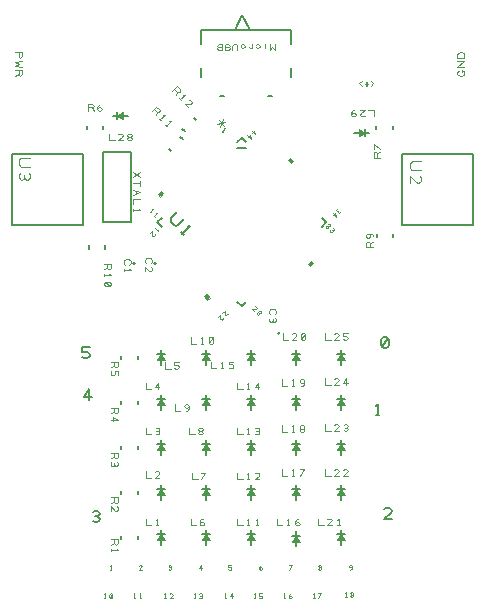
<source format=gto>
%FSLAX23Y23*%
%MOIN*%
G04 EasyPC Gerber Version 17.0 Build 3379 *
%ADD24C,0.00100*%
%ADD26C,0.00200*%
%ADD23C,0.00300*%
%ADD21C,0.00500*%
%ADD25C,0.00600*%
X0Y0D02*
D02*
D21*
X694Y903D02*
X700Y900D01*
X709*
X716Y903*
X719Y909*
Y912*
X716Y919*
X709Y922*
X694*
Y937*
X719*
X716Y760D02*
Y797D01*
X701Y772*
X726*
X730Y357D02*
X736Y354D01*
X742*
X749Y357*
X752Y363*
X749Y369*
X742Y373*
X736*
X742D02*
X749Y376D01*
X752Y382*
X749Y388*
X742Y391*
X736*
X730Y388*
X762Y1589D02*
Y1353D01*
X856*
Y1589*
X762*
X1010Y1386D02*
X990Y1366D01*
X988Y1360*
X990Y1353*
X999Y1344*
X1005Y1342*
X1012Y1344*
X1032Y1364*
X1023Y1320D02*
X1032Y1311D01*
X1027Y1315D02*
X1054Y1342D01*
X1045*
X1672Y711D02*
X1684D01*
X1678D02*
Y748D01*
X1672Y742*
X1694Y937D02*
X1700Y934D01*
X1706*
X1713Y937*
X1716Y943*
Y962*
X1713Y968*
X1706Y971*
X1700*
X1694Y968*
X1691Y962*
Y943*
X1694Y937*
X1713Y968*
X1726Y363D02*
X1701D01*
X1723Y385*
X1726Y391*
X1723Y397*
X1716Y400*
X1707*
X1701Y397*
D02*
D23*
X470Y1920D02*
X493D01*
Y1907*
X491Y1903*
X487Y1901*
X483Y1903*
X482Y1907*
Y1920*
X493Y1890D02*
X470Y1888D01*
X482Y1880*
X470Y1873*
X493Y1871*
X470Y1860D02*
X493D01*
Y1847*
X491Y1843*
X487Y1841*
X483Y1843*
X482Y1847*
Y1860*
Y1847D02*
X470Y1841D01*
X519Y1569D02*
X491D01*
X485Y1566*
X482Y1560*
Y1548*
X485Y1541*
X491Y1538*
X519*
X485Y1516D02*
X482Y1510D01*
Y1504*
X485Y1498*
X491Y1494*
X498Y1498*
X501Y1504*
Y1510*
Y1504D02*
X504Y1498D01*
X510Y1494*
X516Y1498*
X519Y1504*
Y1510*
X516Y1516*
X713Y1725D02*
Y1747D01*
X726*
X730Y1745*
X732Y1742*
X730Y1738*
X726Y1736*
X713*
X726D02*
X732Y1725D01*
X743Y1730D02*
X745Y1734D01*
X748Y1736*
X752*
X756Y1734*
X758Y1730*
X756Y1727*
X752Y1725*
X748*
X745Y1727*
X743Y1730*
Y1736*
X745Y1742*
X748Y1745*
X752Y1747*
X766Y1215D02*
X788D01*
Y1202*
X786Y1198*
X783Y1196*
X779Y1198*
X777Y1202*
Y1215*
Y1202D02*
X766Y1196D01*
Y1181D02*
Y1174D01*
Y1178D02*
X788D01*
X784Y1181*
X768Y1153D02*
X766Y1149D01*
Y1146*
X768Y1142*
X771Y1140*
X783*
X786Y1142*
X788Y1146*
Y1149*
X786Y1153*
X783Y1155*
X771*
X768Y1153*
X786Y1142*
X766Y101D02*
X771D01*
X769D02*
Y116D01*
X766Y113*
X785Y102D02*
X788Y101D01*
X790*
X793Y102*
X794Y104*
Y112*
X793Y114*
X790Y116*
X788*
X785Y114*
X784Y112*
Y104*
X785Y102*
X793Y114*
X786Y195D02*
X791D01*
X789D02*
Y210D01*
X786Y208*
X789Y298D02*
X812D01*
Y285*
X810Y281*
X806Y279*
X802Y281*
X801Y285*
Y298*
Y285D02*
X789Y279D01*
Y264D02*
Y257D01*
Y260D02*
X812D01*
X808Y264*
X789Y436D02*
X812D01*
Y422*
X810Y419*
X806Y417*
X802Y419*
X801Y422*
Y436*
Y422D02*
X789Y417D01*
Y391D02*
Y406D01*
X802Y392*
X806Y391*
X810Y392*
X812Y396*
Y402*
X810Y406*
X789Y585D02*
X812D01*
Y572*
X810Y568*
X806Y566*
X802Y568*
X801Y572*
Y585*
Y572D02*
X789Y566D01*
X791Y553D02*
X789Y550D01*
Y546*
X791Y542*
X795Y540*
X799Y542*
X801Y546*
Y550*
Y546D02*
X802Y542D01*
X806Y540*
X810Y542*
X812Y546*
Y550*
X810Y553*
X789Y735D02*
X812D01*
Y722*
X810Y718*
X806Y716*
X802Y718*
X801Y722*
Y735*
Y722D02*
X789Y716D01*
Y695D02*
X812D01*
X797Y705*
Y690*
X789Y888D02*
X812D01*
Y875*
X810Y871*
X806Y870*
X802Y871*
X801Y875*
Y888*
Y875D02*
X789Y870D01*
X791Y858D02*
X789Y855D01*
Y849*
X791Y845*
X795Y843*
X797*
X801Y845*
X802Y849*
Y858*
X812*
Y843*
X784Y1649D02*
Y1626D01*
X802*
X829D02*
X814D01*
X827Y1639*
X829Y1643*
X827Y1647*
X823Y1649*
X817*
X814Y1647*
X849Y1637D02*
X853D01*
X857Y1639*
X859Y1643*
X857Y1647*
X853Y1649*
X849*
X846Y1647*
X844Y1643*
X846Y1639*
X849Y1637*
X846Y1636*
X844Y1632*
X846Y1628*
X849Y1626*
X853*
X857Y1628*
X859Y1632*
X857Y1636*
X853Y1637*
X836Y1212D02*
X834Y1214D01*
X833Y1218*
Y1223*
X834Y1227*
X836Y1229*
X840Y1231*
X848*
X851Y1229*
X853Y1227*
X855Y1223*
Y1218*
X853Y1214*
X851Y1212*
X833Y1197D02*
Y1190D01*
Y1193D02*
X855D01*
X851Y1197*
X864Y1522D02*
X887Y1503D01*
Y1522D02*
X864Y1503D01*
Y1483D02*
X887D01*
Y1492D02*
Y1473D01*
X864Y1462D02*
X887Y1453D01*
X864Y1443*
X873Y1458D02*
Y1447D01*
X887Y1432D02*
X864D01*
Y1413*
Y1398D02*
Y1391D01*
Y1395D02*
X887D01*
X883Y1398*
X865Y101D02*
X870D01*
X867D02*
Y116D01*
X865Y113*
X885Y101D02*
X890D01*
X887D02*
Y116D01*
X885Y113*
X892Y195D02*
X882D01*
X891Y204*
X892Y206*
X891Y209*
X888Y210*
X885*
X882Y209*
X907Y1216D02*
X905Y1218D01*
X903Y1222*
Y1227*
X905Y1231*
X907Y1233*
X911Y1235*
X918*
X922Y1233*
X924Y1231*
X926Y1227*
Y1222*
X924Y1218*
X922Y1216*
X903Y1190D02*
Y1205D01*
X917Y1192*
X920Y1190*
X924Y1192*
X926Y1195*
Y1201*
X924Y1205*
X906Y365D02*
Y343D01*
X924*
X939D02*
X947D01*
X943D02*
Y365D01*
X939Y362*
X906Y523D02*
Y500D01*
X924*
X951D02*
X936D01*
X949Y513*
X951Y517*
X949Y521*
X945Y523*
X939*
X936Y521*
X906Y668D02*
Y646D01*
X924*
X938Y648D02*
X941Y646D01*
X945*
X949Y648*
X951Y652*
X949Y655*
X945Y657*
X941*
X945D02*
X949Y659D01*
X951Y663*
X949Y667*
X945Y668*
X941*
X938Y667*
X906Y818D02*
Y796D01*
X924*
X945D02*
Y818D01*
X936Y803*
X951*
X918Y1389D02*
X922Y1386D01*
X920Y1387D02*
X930Y1398D01*
X927*
X932Y1375D02*
X936Y1372D01*
X934Y1373D02*
X944Y1384D01*
X941*
X925Y1723D02*
X941Y1739D01*
X951Y1730*
X952Y1726*
X951Y1722*
X947Y1720*
X943Y1722*
X933Y1731*
X943Y1722D02*
X939Y1710D01*
X949Y1699D02*
X955Y1694D01*
X952Y1696D02*
X968Y1712D01*
X963*
X970Y1678D02*
X976Y1673D01*
X973Y1675D02*
X989Y1691D01*
X984*
X938Y1337D02*
X935Y1333D01*
X936Y1335D02*
X947Y1324D01*
Y1328*
X919Y1317D02*
X926Y1324D01*
X926Y1312*
X927Y1309*
X929Y1308*
X932Y1309*
X935Y1312*
X935Y1315*
X967Y101D02*
X972D01*
X970D02*
Y116D01*
X967Y113*
X995Y101D02*
X985D01*
X993Y109*
X995Y112*
X993Y114*
X991Y116*
X987*
X985Y114*
X971Y887D02*
Y865D01*
X990*
X1001Y867D02*
X1005Y865D01*
X1011*
X1014Y867*
X1016Y870*
Y872*
X1014Y876*
X1011Y878*
X1001*
Y887*
X1016*
X982Y196D02*
X984Y195D01*
X987*
X989Y196*
X990Y199*
X989Y201*
X987Y203*
X984*
X987D02*
X989Y204D01*
X990Y206*
X989Y209*
X987Y210*
X984*
X982Y209*
X992Y1790D02*
X1008Y1806D01*
X1018Y1797*
X1019Y1793*
X1018Y1789*
X1014Y1787*
X1010Y1789*
X1000Y1798*
X1010Y1789D02*
X1006Y1777D01*
X1016Y1766D02*
X1022Y1761D01*
X1019Y1763D02*
X1035Y1779D01*
X1029*
X1045Y1737D02*
X1035Y1748D01*
X1053*
X1057Y1749*
X1059Y1753*
X1057Y1757*
X1053Y1761*
X1049Y1762*
X1003Y746D02*
Y723D01*
X1021*
X1038D02*
X1042Y725D01*
X1046Y729*
X1048Y734*
Y740*
X1046Y744*
X1042Y746*
X1038*
X1035Y744*
X1033Y740*
X1035Y736*
X1038Y734*
X1042*
X1046Y736*
X1048Y740*
X1051Y668D02*
Y646D01*
X1070*
X1087Y657D02*
X1091D01*
X1094Y659*
X1096Y663*
X1094Y667*
X1091Y668*
X1087*
X1083Y667*
X1081Y663*
X1083Y659*
X1087Y657*
X1083Y655*
X1081Y652*
X1083Y648*
X1087Y646*
X1091*
X1094Y648*
X1096Y652*
X1094Y655*
X1091Y657*
X1055Y365D02*
Y343D01*
X1074*
X1085Y348D02*
X1087Y352D01*
X1091Y354*
X1095*
X1098Y352*
X1100Y348*
X1098Y345*
X1095Y343*
X1091*
X1087Y345*
X1085Y348*
Y354*
X1087Y360*
X1091Y363*
X1095Y365*
X1055Y972D02*
Y949D01*
X1074*
X1089D02*
X1097D01*
X1093D02*
Y972D01*
X1089Y968*
X1117Y951D02*
X1121Y949D01*
X1125*
X1128Y951*
X1130Y955*
Y966*
X1128Y970*
X1125Y972*
X1121*
X1117Y970*
X1115Y966*
Y955*
X1117Y951*
X1128Y970*
X1059Y519D02*
Y496D01*
X1078*
X1089D02*
X1104Y519D01*
X1089*
X1066Y101D02*
X1071D01*
X1068D02*
Y116D01*
X1066Y113*
X1084Y102D02*
X1087Y101D01*
X1089*
X1092Y102*
X1093Y104*
X1092Y107*
X1089Y108*
X1087*
X1089D02*
X1092Y109D01*
X1093Y112*
X1092Y114*
X1089Y116*
X1087*
X1084Y114*
X1089Y195D02*
Y210D01*
X1083Y200*
X1093*
X1122Y889D02*
Y866D01*
X1141*
X1156D02*
X1163D01*
X1160D02*
Y889D01*
X1156Y885*
X1182Y868D02*
X1186Y866D01*
X1192*
X1195Y868*
X1197Y872*
Y874*
X1195Y878*
X1192Y880*
X1182*
Y889*
X1197*
X1149Y1693D02*
X1166Y1675D01*
X1144Y1680D02*
X1171Y1688D01*
X1162Y1697D02*
X1153Y1671D01*
X1158Y1657D02*
X1162Y1653D01*
X1160Y1655D02*
X1171Y1666D01*
X1167*
X1168Y101D02*
X1173D01*
X1171D02*
Y116D01*
X1168Y113*
X1192Y101D02*
Y116D01*
X1186Y106*
X1196*
X1161Y1052D02*
X1168Y1059D01*
X1168Y1047*
X1169Y1044*
X1172Y1043*
X1174Y1044*
X1177Y1047*
X1178Y1049*
X1147Y1038D02*
X1154Y1045D01*
X1154Y1032*
X1155Y1030*
X1158Y1029*
X1160Y1030*
X1163Y1032*
X1164Y1035*
X1181Y196D02*
X1184Y195D01*
X1188*
X1190Y196*
X1191Y199*
Y200*
X1190Y203*
X1188Y204*
X1181*
Y210*
X1191*
X1209Y365D02*
Y343D01*
X1228*
X1243D02*
X1250D01*
X1246D02*
Y365D01*
X1243Y362*
X1273Y343D02*
X1280D01*
X1276D02*
Y365D01*
X1273Y362*
X1209Y519D02*
Y496D01*
X1228*
X1243D02*
X1250D01*
X1246D02*
Y519D01*
X1243Y515*
X1284Y496D02*
X1269D01*
X1282Y509*
X1284Y513*
X1282Y517*
X1278Y519*
X1273*
X1269Y517*
X1209Y668D02*
Y646D01*
X1228*
X1243D02*
X1250D01*
X1246D02*
Y668D01*
X1243Y665*
X1271Y648D02*
X1274Y646D01*
X1278*
X1282Y648*
X1284Y652*
X1282Y655*
X1278Y657*
X1274*
X1278D02*
X1282Y659D01*
X1284Y663*
X1282Y667*
X1278Y668*
X1274*
X1271Y667*
X1209Y818D02*
Y796D01*
X1228*
X1243D02*
X1250D01*
X1246D02*
Y818D01*
X1243Y814*
X1278Y796D02*
Y818D01*
X1269Y803*
X1284*
X1266Y1057D02*
X1259Y1064D01*
X1271Y1064*
X1274Y1065*
X1275Y1068*
X1274Y1070*
X1271Y1073*
X1268Y1074*
X1275Y1050D02*
X1276Y1047D01*
X1277Y1046*
X1280Y1045*
X1283Y1046*
X1283Y1048*
X1283Y1051*
X1281Y1053*
X1283Y1051D02*
X1285Y1050D01*
X1288Y1051*
X1289Y1054*
X1288Y1056*
X1286Y1058*
X1283Y1059*
X1258Y1657D02*
X1269Y1646D01*
X1266Y1658*
X1259Y1651*
X1244Y1643D02*
X1255Y1632D01*
X1252Y1644*
X1245Y1637*
X1266Y101D02*
X1271D01*
X1269D02*
Y116D01*
X1266Y113*
X1284Y102D02*
X1286Y101D01*
X1290*
X1293Y102*
X1294Y104*
Y106*
X1293Y108*
X1290Y109*
X1284*
Y116*
X1294*
X1284Y199D02*
X1285Y201D01*
X1287Y203*
X1290*
X1292Y201*
X1294Y199*
X1292Y196*
X1290Y195*
X1287*
X1285Y196*
X1284Y199*
Y203*
X1285Y206*
X1287Y209*
X1290Y210*
X1321Y1047D02*
X1319Y1049D01*
X1317Y1052*
Y1058*
X1319Y1062*
X1321Y1064*
X1324Y1065*
X1332*
X1336Y1064*
X1337Y1062*
X1339Y1058*
Y1052*
X1337Y1049*
X1336Y1047*
X1319Y1034D02*
X1317Y1030D01*
Y1026*
X1319Y1022*
X1322Y1020*
X1326Y1022*
X1328Y1026*
Y1030*
Y1026D02*
X1330Y1022D01*
X1334Y1020*
X1337Y1022*
X1339Y1026*
Y1030*
X1337Y1034*
X1335Y1947D02*
Y1928D01*
X1327Y1937*
X1319Y1928*
Y1947*
X1304D02*
Y1934D01*
Y1929D02*
X1272Y1936*
X1275Y1934D01*
X1280*
X1283Y1936*
X1285Y1939*
Y1942*
X1283Y1945*
X1280Y1947*
X1275*
X1272Y1945*
X1260Y1947D02*
Y1934D01*
Y1939D02*
X1258Y1936D01*
X1255Y1934*
X1252*
X1249Y1936*
X1235Y1942D02*
X1233Y1945D01*
X1230Y1947*
X1227*
X1224Y1945*
X1222Y1942*
Y1939*
X1224Y1936*
X1227Y1934*
X1230*
X1233Y1936*
X1235Y1939*
Y1942*
X1210Y1928D02*
Y1942D01*
X1208Y1945*
X1205Y1947*
X1199*
X1196Y1945*
X1194Y1942*
Y1928*
X1185Y1942D02*
X1183Y1945D01*
X1180Y1947*
X1174*
X1171Y1945*
X1169Y1942*
X1171Y1939*
X1174Y1937*
X1180*
X1183Y1936*
X1185Y1933*
X1183Y1929*
X1180Y1928*
X1174*
X1171Y1929*
X1169Y1933*
X1149Y1937D02*
X1146Y1939D01*
X1144Y1942*
X1146Y1945*
X1149Y1947*
X1160*
Y1928*
X1149*
X1146Y1929*
X1144Y1933*
X1146Y1936*
X1149Y1937*
X1160*
X1343Y365D02*
Y343D01*
X1361*
X1376D02*
X1384D01*
X1380D02*
Y365D01*
X1376Y362*
X1403Y348D02*
X1405Y352D01*
X1408Y354*
X1412*
X1416Y352*
X1418Y348*
X1416Y345*
X1412Y343*
X1408*
X1405Y345*
X1403Y348*
Y354*
X1405Y360*
X1408Y363*
X1412Y365*
X1358Y531D02*
Y508D01*
X1377*
X1392D02*
X1400D01*
X1396D02*
Y531D01*
X1392Y527*
X1418Y508D02*
X1433Y531D01*
X1418*
X1358Y676D02*
Y654D01*
X1377*
X1392D02*
X1400D01*
X1396D02*
Y676D01*
X1392Y673*
X1424Y665D02*
X1428D01*
X1432Y667*
X1433Y671*
X1432Y674*
X1428Y676*
X1424*
X1420Y674*
X1418Y671*
X1420Y667*
X1424Y665*
X1420Y663*
X1418Y659*
X1420Y656*
X1424Y654*
X1428*
X1432Y656*
X1433Y659*
X1432Y663*
X1428Y665*
X1358Y830D02*
Y807D01*
X1377*
X1392D02*
X1400D01*
X1396D02*
Y830D01*
X1392Y826*
X1424Y807D02*
X1428Y809D01*
X1432Y813*
X1433Y819*
Y824*
X1432Y828*
X1428Y830*
X1424*
X1420Y828*
X1418Y824*
X1420Y820*
X1424Y819*
X1428*
X1432Y820*
X1433Y824*
X1365Y101D02*
X1370D01*
X1367D02*
Y116D01*
X1365Y113*
X1382Y104D02*
X1384Y107D01*
X1386Y108*
X1389*
X1391Y107*
X1392Y104*
X1391Y102*
X1389Y101*
X1386*
X1384Y102*
X1382Y104*
Y108*
X1384Y112*
X1386Y114*
X1389Y116*
X1362Y983D02*
Y961D01*
X1381*
X1407D02*
X1392D01*
X1405Y974*
X1407Y978*
X1405Y981*
X1402Y983*
X1396*
X1392Y981*
X1424Y963D02*
X1428Y961D01*
X1432*
X1435Y963*
X1437Y966*
Y978*
X1435Y981*
X1432Y983*
X1428*
X1424Y981*
X1422Y978*
Y966*
X1424Y963*
X1435Y981*
X1382Y195D02*
X1392Y210D01*
X1382*
X1463Y101D02*
X1468D01*
X1466D02*
Y116D01*
X1463Y113*
X1481Y101D02*
X1491Y116D01*
X1481*
X1484Y203D02*
X1487D01*
X1489Y204*
X1490Y206*
X1489Y209*
X1487Y210*
X1484*
X1482Y209*
X1480Y206*
X1482Y204*
X1484Y203*
X1482Y201*
X1480Y199*
X1482Y196*
X1484Y195*
X1487*
X1489Y196*
X1490Y199*
X1489Y201*
X1487Y203*
X1480Y365D02*
Y343D01*
X1499*
X1525D02*
X1510D01*
X1524Y356*
X1525Y360*
X1524Y363*
X1520Y365*
X1514*
X1510Y363*
X1544Y343D02*
X1552D01*
X1548D02*
Y365D01*
X1544Y362*
X1505Y1340D02*
X1505Y1337D01*
X1507Y1335*
X1510Y1334*
X1513Y1335*
X1513Y1338*
X1513Y1341*
X1511Y1342*
X1513Y1341D02*
X1515Y1340D01*
X1518Y1341*
X1519Y1343*
X1518Y1346*
X1516Y1348*
X1513Y1349*
X1519Y1326D02*
X1520Y1323D01*
X1521Y1321*
X1524Y1320*
X1527Y1321*
X1528Y1324*
X1527Y1327*
X1525Y1328*
X1527Y1327D02*
X1529Y1326D01*
X1532Y1327*
X1533Y1329*
X1532Y1332*
X1530Y1334*
X1528Y1334*
X1504Y531D02*
Y508D01*
X1523*
X1549D02*
X1534D01*
X1547Y521*
X1549Y525*
X1547Y529*
X1543Y531*
X1538*
X1534Y529*
X1579Y508D02*
X1564D01*
X1577Y521*
X1579Y525*
X1577Y529*
X1573Y531*
X1568*
X1564Y529*
X1504Y680D02*
Y658D01*
X1523*
X1549D02*
X1534D01*
X1547Y671*
X1549Y675*
X1547Y678*
X1543Y680*
X1538*
X1534Y678*
X1566Y660D02*
X1570Y658D01*
X1573*
X1577Y660*
X1579Y663*
X1577Y667*
X1573Y669*
X1570*
X1573D02*
X1577Y671D01*
X1579Y675*
X1577Y678*
X1573Y680*
X1570*
X1566Y678*
X1504Y834D02*
Y811D01*
X1523*
X1549D02*
X1534D01*
X1547Y824*
X1549Y828*
X1547Y832*
X1543Y834*
X1538*
X1534Y832*
X1573Y811D02*
Y834D01*
X1564Y819*
X1579*
X1504Y983D02*
Y961D01*
X1523*
X1549D02*
X1534D01*
X1547Y974*
X1549Y978*
X1547Y981*
X1543Y983*
X1538*
X1534Y981*
X1564Y963D02*
X1568Y961D01*
X1573*
X1577Y963*
X1579Y966*
Y968*
X1577Y972*
X1573Y974*
X1564*
Y983*
X1579*
X1546Y1400D02*
X1543Y1399D01*
X1542Y1397*
X1541Y1394*
X1542Y1392*
X1544Y1391*
X1547Y1392*
X1549Y1393*
X1547Y1392D02*
X1546Y1389D01*
X1547Y1386*
X1550Y1385*
X1552Y1386*
X1554Y1388*
X1555Y1391*
X1528Y1383D02*
X1538Y1372D01*
X1536Y1384*
X1528Y1377*
X1570Y105D02*
X1575D01*
X1572D02*
Y120D01*
X1570Y117*
X1591Y112D02*
X1593D01*
X1596Y113*
X1597Y116*
X1596Y118*
X1593Y120*
X1591*
X1588Y118*
X1587Y116*
X1588Y113*
X1591Y112*
X1588Y111*
X1587Y108*
X1588Y106*
X1591Y105*
X1593*
X1596Y106*
X1597Y108*
X1596Y111*
X1593Y112*
X1587Y195D02*
X1589Y196D01*
X1592Y199*
X1593Y203*
Y206*
X1592Y209*
X1589Y210*
X1587*
X1584Y209*
X1583Y206*
X1584Y204*
X1587Y203*
X1589*
X1592Y204*
X1593Y206*
X1666Y1707D02*
Y1729D01*
X1647*
X1621D02*
X1636D01*
X1622Y1716*
X1621Y1712*
X1622Y1709*
X1626Y1707*
X1632*
X1636Y1709*
X1600Y1729D02*
X1596Y1727D01*
X1592Y1724*
X1591Y1718*
Y1712*
X1592Y1709*
X1596Y1707*
X1600*
X1604Y1709*
X1606Y1712*
X1604Y1716*
X1600Y1718*
X1596*
X1592Y1716*
X1591Y1712*
X1664Y1270D02*
X1641D01*
Y1283*
X1643Y1287*
X1647Y1289*
X1651Y1287*
X1653Y1283*
Y1270*
Y1283D02*
X1664Y1289D01*
Y1306D02*
X1662Y1310D01*
X1658Y1313*
X1653Y1315*
X1647*
X1643Y1313*
X1641Y1310*
Y1306*
X1643Y1302*
X1647Y1300*
X1651Y1302*
X1653Y1306*
Y1310*
X1651Y1313*
X1647Y1315*
X1687Y1569D02*
X1665D01*
Y1583*
X1667Y1586*
X1671Y1588*
X1674Y1586*
X1676Y1583*
Y1569*
Y1583D02*
X1687Y1588D01*
Y1599D02*
X1665Y1614D01*
Y1599*
X1823Y1558D02*
X1795D01*
X1788Y1554*
X1785Y1548*
Y1536*
X1788Y1529*
X1795Y1526*
X1823*
X1785Y1483D02*
Y1508D01*
X1807Y1486*
X1813Y1483*
X1820Y1486*
X1823Y1492*
Y1501*
X1820Y1508*
X1958Y1854D02*
Y1860D01*
X1959*
X1963Y1858*
X1965Y1856*
X1967Y1852*
Y1849*
X1965Y1845*
X1963Y1843*
X1959Y1841*
X1952*
X1948Y1843*
X1946Y1845*
X1944Y1849*
Y1852*
X1946Y1856*
X1948Y1858*
X1952Y1860*
X1967Y1871D02*
X1944D01*
X1967Y1890*
X1944*
X1967Y1901D02*
X1944D01*
Y1912*
X1946Y1916*
X1948Y1918*
X1952Y1920*
X1959*
X1963Y1918*
X1965Y1916*
X1967Y1912*
Y1901*
D02*
D24*
X955Y1457D02*
X945Y1446D01*
X952Y1439*
X962Y1450*
X955Y1457*
G36*
X945Y1446*
X952Y1439*
X962Y1450*
X955Y1457*
G37*
X1108Y1113D02*
X1101Y1106D01*
X1111Y1095*
X1118Y1102*
X1108Y1113*
G36*
X1101Y1106*
X1111Y1095*
X1118Y1102*
X1108Y1113*
G37*
X1378Y1561D02*
X1385Y1568D01*
X1395Y1558*
X1388Y1551*
X1378Y1561*
G36*
X1385Y1568*
X1395Y1558*
X1388Y1551*
X1378Y1561*
G37*
X1462Y1217D02*
X1452Y1207D01*
X1445Y1214*
X1455Y1224*
X1462Y1217*
G36*
X1452Y1207*
X1445Y1214*
X1455Y1224*
X1462Y1217*
G37*
X1625Y1808D02*
X1617Y1816D01*
X1625Y1824*
X1635Y1814D02*
X1647D01*
X1638Y1808D02*
X1644Y1821D01*
X1638D02*
X1644Y1808D01*
X1656D02*
X1664Y1816D01*
X1656Y1824*
D02*
D25*
X461Y1581D02*
Y1345D01*
X697*
Y1581*
X461*
X708Y1674D02*
Y1664D01*
X715Y1276D02*
Y1265D01*
X763Y1664D02*
Y1674D01*
X770Y1265D02*
Y1276D01*
X810Y1696D02*
Y1721D01*
X823Y309D02*
Y299D01*
Y459D02*
Y449D01*
Y609D02*
Y599D01*
Y759D02*
Y749D01*
Y909D02*
Y899D01*
X845Y1708D02*
X795D01*
X866Y1214D02*
G75*
G03Y1220J3D01*
G01*
G75*
G03Y1214J-3*
G01*
X878Y299D02*
Y309D01*
Y449D02*
Y459D01*
Y599D02*
Y609D01*
Y749D02*
Y759D01*
Y899D02*
Y909D01*
X936Y1214D02*
G75*
G03Y1220J3D01*
G01*
G75*
G03Y1214J-3*
G01*
X943Y314D02*
X968D01*
X943Y464D02*
X968D01*
X943Y614D02*
X968D01*
X943Y764D02*
X968D01*
X943Y914D02*
X968D01*
X956Y279D02*
Y329D01*
Y429D02*
Y479D01*
Y579D02*
Y629D01*
Y729D02*
Y779D01*
Y879D02*
Y929D01*
X959Y1339D02*
X944Y1354D01*
X959Y1369*
X982Y1598D02*
X990Y1591D01*
X1027Y1663D02*
X1035Y1656D01*
X1029Y1630D02*
X1021Y1637D01*
X1074Y1695D02*
X1066Y1702D01*
X1090Y1866D02*
Y1839D01*
X1093Y314D02*
X1118D01*
X1093Y464D02*
X1118D01*
X1093Y614D02*
X1118D01*
X1093Y764D02*
X1118D01*
X1093Y914D02*
X1118D01*
X1106Y279D02*
Y329D01*
Y429D02*
Y479D01*
Y579D02*
Y629D01*
Y729D02*
Y779D01*
Y879D02*
Y929D01*
X1154Y1774D02*
X1166D01*
X1210Y1600D02*
X1241D01*
X1211Y1088D02*
X1226Y1073D01*
X1241Y1088*
Y1620D02*
X1226Y1635D01*
X1211Y1620*
X1243Y314D02*
X1268D01*
X1243Y464D02*
X1268D01*
X1243Y614D02*
X1268D01*
X1243Y764D02*
X1268D01*
X1243Y914D02*
X1268D01*
X1252Y1994D02*
X1227Y2044D01*
X1202Y1994*
X1256Y279D02*
Y329D01*
Y429D02*
Y479D01*
Y579D02*
Y629D01*
Y729D02*
Y779D01*
Y879D02*
Y929D01*
X1313Y1774D02*
X1325D01*
X1345Y983D02*
G75*
G03X1351I3D01*
G01*
G75*
G03X1345I-3*
G01*
X1389Y1839D02*
Y1866D01*
Y1946D02*
Y1994D01*
X1090*
Y1946*
X1393Y309D02*
X1418D01*
X1393Y464D02*
X1418D01*
X1393Y614D02*
X1418D01*
X1393Y764D02*
X1418D01*
X1393Y914D02*
X1418D01*
X1406Y274D02*
Y324D01*
Y429D02*
Y479D01*
Y579D02*
Y629D01*
Y729D02*
Y779D01*
Y879D02*
Y929D01*
X1492Y1339D02*
X1507Y1354D01*
X1492Y1369*
X1543Y314D02*
X1568D01*
X1543Y464D02*
X1568D01*
X1543Y614D02*
X1568D01*
X1543Y764D02*
X1568D01*
X1543Y914D02*
X1568D01*
X1556Y279D02*
Y329D01*
Y429D02*
Y479D01*
Y579D02*
Y629D01*
Y729D02*
Y779D01*
Y879D02*
Y929D01*
X1601Y1652D02*
X1651D01*
X1636Y1665D02*
Y1640D01*
X1673Y1674D02*
Y1664D01*
X1675Y1315D02*
Y1304D01*
X1728Y1664D02*
Y1674D01*
X1730Y1304D02*
Y1315D01*
X1761Y1581D02*
Y1345D01*
X1997*
Y1581*
X1761*
D02*
D26*
X810Y1708D02*
X830Y1721D01*
Y1696*
X810Y1708*
G36*
X830Y1721*
Y1696*
X810Y1708*
G37*
X956Y314D02*
X968Y294D01*
X943*
X956Y314*
G36*
X968Y294*
X943*
X956Y314*
G37*
Y464D02*
X968Y444D01*
X943*
X956Y464*
G36*
X968Y444*
X943*
X956Y464*
G37*
Y614D02*
X968Y594D01*
X943*
X956Y614*
G36*
X968Y594*
X943*
X956Y614*
G37*
Y764D02*
X968Y744D01*
X943*
X956Y764*
G36*
X968Y744*
X943*
X956Y764*
G37*
Y914D02*
X968Y894D01*
X943*
X956Y914*
G36*
X968Y894*
X943*
X956Y914*
G37*
X1106Y314D02*
X1118Y294D01*
X1093*
X1106Y314*
G36*
X1118Y294*
X1093*
X1106Y314*
G37*
Y464D02*
X1118Y444D01*
X1093*
X1106Y464*
G36*
X1118Y444*
X1093*
X1106Y464*
G37*
Y614D02*
X1118Y594D01*
X1093*
X1106Y614*
G36*
X1118Y594*
X1093*
X1106Y614*
G37*
Y764D02*
X1118Y744D01*
X1093*
X1106Y764*
G36*
X1118Y744*
X1093*
X1106Y764*
G37*
Y914D02*
X1118Y894D01*
X1093*
X1106Y914*
G36*
X1118Y894*
X1093*
X1106Y914*
G37*
X1256Y314D02*
X1268Y294D01*
X1243*
X1256Y314*
G36*
X1268Y294*
X1243*
X1256Y314*
G37*
Y464D02*
X1268Y444D01*
X1243*
X1256Y464*
G36*
X1268Y444*
X1243*
X1256Y464*
G37*
Y614D02*
X1268Y594D01*
X1243*
X1256Y614*
G36*
X1268Y594*
X1243*
X1256Y614*
G37*
Y764D02*
X1268Y744D01*
X1243*
X1256Y764*
G36*
X1268Y744*
X1243*
X1256Y764*
G37*
Y914D02*
X1268Y894D01*
X1243*
X1256Y914*
G36*
X1268Y894*
X1243*
X1256Y914*
G37*
X1406Y309D02*
X1418Y289D01*
X1393*
X1406Y309*
G36*
X1418Y289*
X1393*
X1406Y309*
G37*
Y464D02*
X1418Y444D01*
X1393*
X1406Y464*
G36*
X1418Y444*
X1393*
X1406Y464*
G37*
Y614D02*
X1418Y594D01*
X1393*
X1406Y614*
G36*
X1418Y594*
X1393*
X1406Y614*
G37*
Y764D02*
X1418Y744D01*
X1393*
X1406Y764*
G36*
X1418Y744*
X1393*
X1406Y764*
G37*
Y914D02*
X1418Y894D01*
X1393*
X1406Y914*
G36*
X1418Y894*
X1393*
X1406Y914*
G37*
X1556Y314D02*
X1568Y294D01*
X1543*
X1556Y314*
G36*
X1568Y294*
X1543*
X1556Y314*
G37*
Y464D02*
X1568Y444D01*
X1543*
X1556Y464*
G36*
X1568Y444*
X1543*
X1556Y464*
G37*
Y614D02*
X1568Y594D01*
X1543*
X1556Y614*
G36*
X1568Y594*
X1543*
X1556Y614*
G37*
Y764D02*
X1568Y744D01*
X1543*
X1556Y764*
G36*
X1568Y744*
X1543*
X1556Y764*
G37*
Y914D02*
X1568Y894D01*
X1543*
X1556Y914*
G36*
X1568Y894*
X1543*
X1556Y914*
G37*
X1636Y1652D02*
X1616Y1640D01*
Y1665*
X1636Y1652*
G36*
X1616Y1640*
Y1665*
X1636Y1652*
G37*
X0Y0D02*
M02*

</source>
